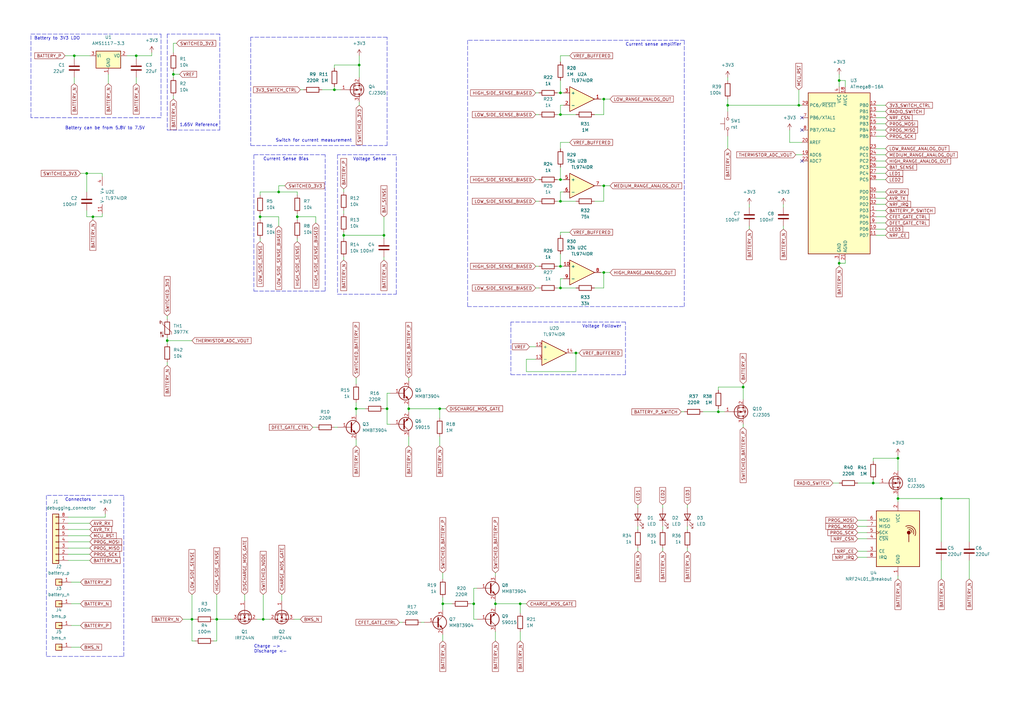
<source format=kicad_sch>
(kicad_sch (version 20211123) (generator eeschema)
  (paper "A3")
  (junction (at 294.64 168.91))
  (junction (at 137.16 36.83))
  (junction (at 229.87 109.22))
  (junction (at 344.17 33.02))
  (junction (at 368.3 204.47))
  (junction (at 71.12 30.48))
  (junction (at 88.9 254))
  (junction (at 107.95 254))
  (junction (at 181.61 247.65))
  (junction (at 247.65 111.76))
  (junction (at 121.92 88.9))
  (junction (at 106.68 88.9))
  (junction (at 147.32 26.67))
  (junction (at 157.48 96.52))
  (junction (at 146.05 167.64))
  (junction (at 167.64 167.64))
  (junction (at 229.87 38.1))
  (junction (at 114.3 78.74))
  (junction (at 30.48 22.86))
  (junction (at 247.65 76.2))
  (junction (at 38.1 88.9))
  (junction (at 203.2 247.65))
  (junction (at 229.87 46.99))
  (junction (at 327.66 43.18))
  (junction (at 158.75 167.64))
  (junction (at 344.17 107.95))
  (junction (at 229.87 73.66))
  (junction (at 368.3 187.96))
  (junction (at 35.56 71.12))
  (junction (at 68.58 139.7))
  (junction (at 194.31 247.65))
  (junction (at 304.8 158.75))
  (junction (at 236.22 144.78))
  (junction (at 140.97 96.52))
  (junction (at 78.74 254))
  (junction (at 213.36 247.65))
  (junction (at 247.65 40.64))
  (junction (at 229.87 118.11))
  (junction (at 229.87 82.55))
  (junction (at 180.34 167.64))
  (junction (at 55.88 22.86))
  (junction (at 298.45 43.18))
  (junction (at 386.08 204.47))
  (junction (at 358.14 198.12))
  (no_connect (at 328.93 53.34))
  (no_connect (at 328.93 48.26))
  (no_connect (at 328.93 66.04))
  (wire (pts (xy 140.97 96.52) (xy 157.48 96.52)))
  (wire (pts (xy 229.87 82.55) (xy 229.87 78.74)))
  (wire (pts (xy 359.41 83.82) (xy 363.22 83.82)))
  (wire (pts (xy 140.97 86.36) (xy 140.97 87.63)))
  (wire (pts (xy 167.64 179.07) (xy 167.64 182.88)))
  (wire (pts (xy 213.36 247.65) (xy 215.9 247.65)))
  (wire (pts (xy 137.16 36.83) (xy 139.7 36.83)))
  (polyline (pts (xy 12.7 48.26) (xy 12.7 13.97)))
  (wire (pts (xy 203.2 246.38) (xy 203.2 247.65)))
  (polyline (pts (xy 280.67 125.73) (xy 280.67 16.51)))
  (wire (pts (xy 351.79 226.06) (xy 355.6 226.06)))
  (wire (pts (xy 68.58 138.43) (xy 68.58 139.7)))
  (wire (pts (xy 146.05 154.94) (xy 146.05 157.48)))
  (wire (pts (xy 78.74 254) (xy 80.01 254)))
  (wire (pts (xy 146.05 165.1) (xy 146.05 167.64)))
  (wire (pts (xy 298.45 43.18) (xy 327.66 43.18)))
  (wire (pts (xy 107.95 254) (xy 110.49 254)))
  (wire (pts (xy 359.41 50.8) (xy 363.22 50.8)))
  (wire (pts (xy 35.56 88.9) (xy 35.56 86.36)))
  (wire (pts (xy 219.71 46.99) (xy 220.98 46.99)))
  (wire (pts (xy 344.17 30.48) (xy 344.17 33.02)))
  (wire (pts (xy 30.48 22.86) (xy 30.48 24.13)))
  (wire (pts (xy 146.05 170.18) (xy 146.05 167.64)))
  (wire (pts (xy 247.65 118.11) (xy 243.84 118.11)))
  (polyline (pts (xy 209.55 134.62) (xy 209.55 153.67)))
  (wire (pts (xy 115.57 243.84) (xy 115.57 246.38)))
  (wire (pts (xy 140.97 95.25) (xy 140.97 96.52)))
  (wire (pts (xy 246.38 40.64) (xy 247.65 40.64)))
  (wire (pts (xy 114.3 76.2) (xy 114.3 78.74)))
  (wire (pts (xy 351.79 228.6) (xy 355.6 228.6)))
  (wire (pts (xy 344.17 107.95) (xy 346.71 107.95)))
  (wire (pts (xy 368.3 204.47) (xy 368.3 205.74)))
  (wire (pts (xy 229.87 46.99) (xy 229.87 43.18)))
  (wire (pts (xy 368.3 186.69) (xy 368.3 187.96)))
  (polyline (pts (xy 66.04 48.26) (xy 12.7 48.26)))
  (wire (pts (xy 181.61 247.65) (xy 185.42 247.65)))
  (wire (pts (xy 307.34 83.82) (xy 307.34 85.09)))
  (wire (pts (xy 27.94 222.25) (xy 36.83 222.25)))
  (wire (pts (xy 304.8 158.75) (xy 304.8 163.83)))
  (wire (pts (xy 358.14 187.96) (xy 368.3 187.96)))
  (wire (pts (xy 203.2 247.65) (xy 213.36 247.65)))
  (wire (pts (xy 219.71 82.55) (xy 220.98 82.55)))
  (wire (pts (xy 106.68 78.74) (xy 106.68 80.01)))
  (polyline (pts (xy 12.7 13.97) (xy 66.04 13.97)))
  (polyline (pts (xy 104.14 119.38) (xy 133.35 119.38)))
  (wire (pts (xy 116.84 76.2) (xy 114.3 76.2)))
  (polyline (pts (xy 158.75 15.24) (xy 102.87 15.24)))
  (wire (pts (xy 344.17 33.02) (xy 344.17 35.56)))
  (wire (pts (xy 294.64 167.64) (xy 294.64 168.91)))
  (wire (pts (xy 35.56 71.12) (xy 35.56 78.74)))
  (wire (pts (xy 180.34 167.64) (xy 180.34 171.45)))
  (wire (pts (xy 35.56 71.12) (xy 41.91 71.12)))
  (wire (pts (xy 368.3 203.2) (xy 368.3 204.47)))
  (wire (pts (xy 30.48 22.86) (xy 36.83 22.86)))
  (wire (pts (xy 203.2 247.65) (xy 203.2 248.92)))
  (wire (pts (xy 229.87 58.42) (xy 229.87 60.96)))
  (wire (pts (xy 27.94 224.79) (xy 36.83 224.79)))
  (wire (pts (xy 78.74 243.84) (xy 78.74 254)))
  (polyline (pts (xy 90.17 13.97) (xy 68.58 13.97)))
  (wire (pts (xy 140.97 96.52) (xy 140.97 97.79)))
  (wire (pts (xy 55.88 22.86) (xy 55.88 24.13)))
  (wire (pts (xy 321.31 92.71) (xy 321.31 93.98)))
  (wire (pts (xy 132.08 36.83) (xy 137.16 36.83)))
  (wire (pts (xy 105.41 254) (xy 107.95 254)))
  (wire (pts (xy 229.87 78.74) (xy 231.14 78.74)))
  (wire (pts (xy 346.71 33.02) (xy 346.71 35.56)))
  (wire (pts (xy 80.01 262.89) (xy 78.74 262.89)))
  (wire (pts (xy 181.61 234.95) (xy 181.61 237.49)))
  (wire (pts (xy 180.34 167.64) (xy 182.88 167.64)))
  (wire (pts (xy 346.71 107.95) (xy 346.71 106.68)))
  (wire (pts (xy 71.12 17.78) (xy 71.12 21.59)))
  (wire (pts (xy 215.9 147.32) (xy 215.9 152.4)))
  (wire (pts (xy 279.4 168.91) (xy 280.67 168.91)))
  (wire (pts (xy 147.32 26.67) (xy 147.32 31.75)))
  (wire (pts (xy 359.41 91.44) (xy 363.22 91.44)))
  (wire (pts (xy 157.48 96.52) (xy 157.48 88.9)))
  (wire (pts (xy 27.94 217.17) (xy 36.83 217.17)))
  (wire (pts (xy 355.6 213.36) (xy 351.79 213.36)))
  (wire (pts (xy 140.97 77.47) (xy 140.97 78.74)))
  (wire (pts (xy 157.48 96.52) (xy 157.48 97.79)))
  (wire (pts (xy 203.2 234.95) (xy 203.2 236.22)))
  (polyline (pts (xy 68.58 53.34) (xy 90.17 53.34)))
  (wire (pts (xy 121.92 87.63) (xy 121.92 88.9)))
  (wire (pts (xy 236.22 82.55) (xy 229.87 82.55)))
  (wire (pts (xy 246.38 111.76) (xy 247.65 111.76)))
  (wire (pts (xy 341.63 198.12) (xy 344.17 198.12)))
  (polyline (pts (xy 66.04 13.97) (xy 66.04 48.26)))
  (wire (pts (xy 261.62 215.9) (xy 261.62 217.17)))
  (wire (pts (xy 41.91 71.12) (xy 41.91 72.39)))
  (wire (pts (xy 359.41 73.66) (xy 363.22 73.66)))
  (wire (pts (xy 228.6 46.99) (xy 229.87 46.99)))
  (wire (pts (xy 71.12 30.48) (xy 73.66 30.48)))
  (polyline (pts (xy 162.56 63.5) (xy 138.43 63.5)))
  (wire (pts (xy 271.78 224.79) (xy 271.78 226.06)))
  (wire (pts (xy 359.41 53.34) (xy 363.22 53.34)))
  (wire (pts (xy 228.6 73.66) (xy 229.87 73.66)))
  (wire (pts (xy 27.94 214.63) (xy 36.83 214.63)))
  (wire (pts (xy 323.85 53.34) (xy 323.85 58.42)))
  (wire (pts (xy 217.17 142.24) (xy 219.71 142.24)))
  (wire (pts (xy 78.74 262.89) (xy 78.74 254)))
  (wire (pts (xy 121.92 88.9) (xy 121.92 90.17)))
  (wire (pts (xy 247.65 40.64) (xy 250.19 40.64)))
  (wire (pts (xy 228.6 118.11) (xy 229.87 118.11)))
  (wire (pts (xy 397.51 204.47) (xy 397.51 222.25)))
  (wire (pts (xy 358.14 196.85) (xy 358.14 198.12)))
  (polyline (pts (xy 209.55 132.08) (xy 209.55 134.62)))
  (wire (pts (xy 71.12 30.48) (xy 71.12 31.75)))
  (polyline (pts (xy 138.43 120.65) (xy 162.56 120.65)))
  (wire (pts (xy 229.87 58.42) (xy 233.68 58.42)))
  (wire (pts (xy 236.22 152.4) (xy 236.22 144.78)))
  (wire (pts (xy 358.14 189.23) (xy 358.14 187.96)))
  (wire (pts (xy 386.08 204.47) (xy 397.51 204.47)))
  (wire (pts (xy 304.8 157.48) (xy 304.8 158.75)))
  (wire (pts (xy 72.39 17.78) (xy 71.12 17.78)))
  (wire (pts (xy 281.94 224.79) (xy 281.94 226.06)))
  (wire (pts (xy 157.48 105.41) (xy 157.48 106.68)))
  (wire (pts (xy 271.78 215.9) (xy 271.78 217.17)))
  (wire (pts (xy 167.64 167.64) (xy 180.34 167.64)))
  (wire (pts (xy 323.85 58.42) (xy 328.93 58.42)))
  (wire (pts (xy 344.17 107.95) (xy 344.17 109.22)))
  (wire (pts (xy 29.21 265.43) (xy 33.02 265.43)))
  (wire (pts (xy 229.87 38.1) (xy 231.14 38.1)))
  (wire (pts (xy 213.36 259.08) (xy 213.36 262.89)))
  (wire (pts (xy 229.87 22.86) (xy 233.68 22.86)))
  (wire (pts (xy 229.87 33.02) (xy 229.87 38.1)))
  (polyline (pts (xy 102.87 15.24) (xy 102.87 59.69)))
  (wire (pts (xy 213.36 247.65) (xy 213.36 251.46)))
  (wire (pts (xy 181.61 260.35) (xy 181.61 262.89)))
  (wire (pts (xy 43.18 210.82) (xy 43.18 212.09)))
  (wire (pts (xy 88.9 243.84) (xy 88.9 254)))
  (wire (pts (xy 247.65 111.76) (xy 250.19 111.76)))
  (wire (pts (xy 114.3 88.9) (xy 106.68 88.9)))
  (wire (pts (xy 193.04 247.65) (xy 194.31 247.65)))
  (wire (pts (xy 87.63 254) (xy 88.9 254)))
  (wire (pts (xy 247.65 76.2) (xy 250.19 76.2)))
  (polyline (pts (xy 280.67 16.51) (xy 191.77 16.51)))
  (wire (pts (xy 386.08 204.47) (xy 386.08 222.25)))
  (wire (pts (xy 137.16 175.26) (xy 138.43 175.26)))
  (wire (pts (xy 288.29 168.91) (xy 294.64 168.91)))
  (wire (pts (xy 359.41 55.88) (xy 363.22 55.88)))
  (polyline (pts (xy 90.17 53.34) (xy 90.17 13.97)))
  (wire (pts (xy 167.64 167.64) (xy 167.64 168.91)))
  (wire (pts (xy 359.41 88.9) (xy 363.22 88.9)))
  (wire (pts (xy 229.87 73.66) (xy 231.14 73.66)))
  (wire (pts (xy 294.64 158.75) (xy 304.8 158.75)))
  (wire (pts (xy 71.12 39.37) (xy 71.12 40.64)))
  (wire (pts (xy 359.41 78.74) (xy 363.22 78.74)))
  (wire (pts (xy 167.64 166.37) (xy 167.64 167.64)))
  (wire (pts (xy 88.9 262.89) (xy 88.9 254)))
  (wire (pts (xy 167.64 154.94) (xy 167.64 156.21)))
  (wire (pts (xy 29.21 238.76) (xy 33.02 238.76)))
  (wire (pts (xy 181.61 245.11) (xy 181.61 247.65)))
  (wire (pts (xy 27.94 219.71) (xy 36.83 219.71)))
  (wire (pts (xy 359.41 71.12) (xy 363.22 71.12)))
  (wire (pts (xy 307.34 92.71) (xy 307.34 93.98)))
  (wire (pts (xy 30.48 31.75) (xy 30.48 34.29)))
  (wire (pts (xy 74.93 254) (xy 78.74 254)))
  (wire (pts (xy 358.14 198.12) (xy 360.68 198.12)))
  (wire (pts (xy 121.92 78.74) (xy 121.92 80.01)))
  (wire (pts (xy 359.41 43.18) (xy 363.22 43.18)))
  (polyline (pts (xy 133.35 63.5) (xy 104.14 63.5)))
  (wire (pts (xy 194.31 247.65) (xy 194.31 254)))
  (wire (pts (xy 157.48 167.64) (xy 158.75 167.64)))
  (wire (pts (xy 106.68 88.9) (xy 106.68 90.17)))
  (wire (pts (xy 281.94 215.9) (xy 281.94 217.17)))
  (polyline (pts (xy 138.43 63.5) (xy 138.43 120.65)))
  (wire (pts (xy 44.45 30.48) (xy 44.45 34.29)))
  (polyline (pts (xy 104.14 63.5) (xy 104.14 119.38)))
  (wire (pts (xy 229.87 43.18) (xy 231.14 43.18)))
  (wire (pts (xy 38.1 88.9) (xy 35.56 88.9)))
  (wire (pts (xy 298.45 31.75) (xy 298.45 33.02)))
  (wire (pts (xy 359.41 68.58) (xy 363.22 68.58)))
  (wire (pts (xy 236.22 46.99) (xy 229.87 46.99)))
  (polyline (pts (xy 191.77 125.73) (xy 280.67 125.73)))
  (wire (pts (xy 158.75 173.99) (xy 160.02 173.99)))
  (polyline (pts (xy 68.58 13.97) (xy 68.58 53.34)))
  (wire (pts (xy 219.71 147.32) (xy 215.9 147.32)))
  (wire (pts (xy 229.87 95.25) (xy 233.68 95.25)))
  (polyline (pts (xy 50.8 203.2) (xy 19.05 203.2)))
  (wire (pts (xy 106.68 97.79) (xy 106.68 99.06)))
  (wire (pts (xy 326.39 63.5) (xy 328.93 63.5)))
  (wire (pts (xy 87.63 262.89) (xy 88.9 262.89)))
  (wire (pts (xy 327.66 36.83) (xy 327.66 43.18)))
  (wire (pts (xy 27.94 227.33) (xy 36.83 227.33)))
  (wire (pts (xy 123.19 36.83) (xy 124.46 36.83)))
  (wire (pts (xy 386.08 229.87) (xy 386.08 237.49)))
  (wire (pts (xy 271.78 207.01) (xy 271.78 208.28)))
  (wire (pts (xy 195.58 241.3) (xy 194.31 241.3)))
  (wire (pts (xy 62.23 21.59) (xy 62.23 22.86)))
  (wire (pts (xy 114.3 78.74) (xy 121.92 78.74)))
  (wire (pts (xy 229.87 118.11) (xy 229.87 114.3)))
  (polyline (pts (xy 19.05 269.24) (xy 50.8 269.24)))
  (wire (pts (xy 158.75 161.29) (xy 158.75 167.64)))
  (wire (pts (xy 147.32 22.86) (xy 147.32 26.67)))
  (wire (pts (xy 38.1 88.9) (xy 38.1 90.17)))
  (wire (pts (xy 228.6 82.55) (xy 229.87 82.55)))
  (wire (pts (xy 146.05 180.34) (xy 146.05 182.88)))
  (polyline (pts (xy 102.87 59.69) (xy 158.75 59.69)))
  (wire (pts (xy 304.8 173.99) (xy 304.8 175.26)))
  (wire (pts (xy 121.92 97.79) (xy 121.92 99.06)))
  (wire (pts (xy 146.05 167.64) (xy 149.86 167.64)))
  (wire (pts (xy 397.51 229.87) (xy 397.51 237.49)))
  (wire (pts (xy 172.72 255.27) (xy 173.99 255.27)))
  (wire (pts (xy 247.65 76.2) (xy 247.65 82.55)))
  (wire (pts (xy 359.41 81.28) (xy 363.22 81.28)))
  (wire (pts (xy 247.65 46.99) (xy 243.84 46.99)))
  (polyline (pts (xy 158.75 59.69) (xy 158.75 15.24)))
  (wire (pts (xy 294.64 168.91) (xy 297.18 168.91)))
  (wire (pts (xy 120.65 254) (xy 123.19 254)))
  (wire (pts (xy 29.21 247.65) (xy 33.02 247.65)))
  (wire (pts (xy 68.58 139.7) (xy 78.74 139.7)))
  (wire (pts (xy 137.16 27.94) (xy 137.16 26.67)))
  (polyline (pts (xy 256.54 132.08) (xy 209.55 132.08)))
  (wire (pts (xy 163.83 255.27) (xy 165.1 255.27)))
  (wire (pts (xy 236.22 144.78) (xy 237.49 144.78)))
  (polyline (pts (xy 256.54 153.67) (xy 256.54 132.08)))
  (polyline (pts (xy 209.55 153.67) (xy 256.54 153.67)))
  (wire (pts (xy 298.45 43.18) (xy 298.45 40.64)))
  (wire (pts (xy 203.2 259.08) (xy 203.2 262.89)))
  (wire (pts (xy 33.02 71.12) (xy 35.56 71.12)))
  (wire (pts (xy 355.6 218.44) (xy 351.79 218.44)))
  (polyline (pts (xy 191.77 16.51) (xy 191.77 125.73)))
  (wire (pts (xy 219.71 73.66) (xy 220.98 73.66)))
  (wire (pts (xy 328.93 43.18) (xy 327.66 43.18)))
  (wire (pts (xy 298.45 43.18) (xy 298.45 45.72)))
  (wire (pts (xy 114.3 92.71) (xy 114.3 88.9)))
  (wire (pts (xy 351.79 198.12) (xy 358.14 198.12)))
  (wire (pts (xy 106.68 87.63) (xy 106.68 88.9)))
  (wire (pts (xy 229.87 22.86) (xy 229.87 25.4)))
  (wire (pts (xy 229.87 114.3) (xy 231.14 114.3)))
  (wire (pts (xy 181.61 250.19) (xy 181.61 247.65)))
  (wire (pts (xy 229.87 68.58) (xy 229.87 73.66)))
  (polyline (pts (xy 133.35 119.38) (xy 133.35 63.5)))
  (wire (pts (xy 215.9 152.4) (xy 236.22 152.4)))
  (wire (pts (xy 228.6 38.1) (xy 229.87 38.1)))
  (wire (pts (xy 55.88 22.86) (xy 62.23 22.86)))
  (wire (pts (xy 368.3 204.47) (xy 386.08 204.47)))
  (wire (pts (xy 29.21 256.54) (xy 33.02 256.54)))
  (wire (pts (xy 321.31 83.82) (xy 321.31 85.09)))
  (wire (pts (xy 344.17 33.02) (xy 346.71 33.02)))
  (wire (pts (xy 219.71 38.1) (xy 220.98 38.1)))
  (wire (pts (xy 219.71 109.22) (xy 220.98 109.22)))
  (wire (pts (xy 236.22 144.78) (xy 234.95 144.78)))
  (wire (pts (xy 359.41 63.5) (xy 363.22 63.5)))
  (wire (pts (xy 359.41 45.72) (xy 363.22 45.72)))
  (wire (pts (xy 180.34 179.07) (xy 180.34 182.88)))
  (polyline (pts (xy 50.8 269.24) (xy 50.8 203.2)))
  (wire (pts (xy 281.94 207.01) (xy 281.94 208.28)))
  (wire (pts (xy 359.41 96.52) (xy 363.22 96.52)))
  (wire (pts (xy 344.17 106.68) (xy 344.17 107.95)))
  (wire (pts (xy 68.58 148.59) (xy 68.58 149.86)))
  (wire (pts (xy 71.12 29.21) (xy 71.12 30.48)))
  (wire (pts (xy 68.58 139.7) (xy 68.58 140.97)))
  (wire (pts (xy 359.41 93.98) (xy 363.22 93.98)))
  (wire (pts (xy 247.65 111.76) (xy 247.65 118.11)))
  (wire (pts (xy 88.9 254) (xy 95.25 254)))
  (wire (pts (xy 359.41 48.26) (xy 363.22 48.26)))
  (wire (pts (xy 137.16 35.56) (xy 137.16 36.83)))
  (wire (pts (xy 41.91 87.63) (xy 41.91 88.9)))
  (wire (pts (xy 359.41 66.04) (xy 363.22 66.04)))
  (wire (pts (xy 229.87 104.14) (xy 229.87 109.22)))
  (wire (pts (xy 68.58 129.54) (xy 68.58 130.81)))
  (wire (pts (xy 246.38 76.2) (xy 247.65 76.2)))
  (wire (pts (xy 247.65 40.64) (xy 247.65 46.99)))
  (wire (pts (xy 100.33 243.84) (xy 100.33 246.38)))
  (wire (pts (xy 236.22 118.11) (xy 229.87 118.11)))
  (wire (pts (xy 219.71 118.11) (xy 220.98 118.11)))
  (wire (pts (xy 26.67 22.86) (xy 30.48 22.86)))
  (wire (pts (xy 137.16 26.67) (xy 147.32 26.67)))
  (wire (pts (xy 129.54 91.44) (xy 129.54 88.9)))
  (wire (pts (xy 41.91 88.9) (xy 38.1 88.9)))
  (wire (pts (xy 351.79 220.98) (xy 355.6 220.98)))
  (wire (pts (xy 129.54 88.9) (xy 121.92 88.9)))
  (wire (pts (xy 261.62 207.01) (xy 261.62 208.28)))
  (polyline (pts (xy 19.05 203.2) (xy 19.05 269.24)))
  (wire (pts (xy 359.41 60.96) (xy 363.22 60.96)))
  (wire (pts (xy 368.3 187.96) (xy 368.3 193.04)))
  (wire (pts (xy 147.32 41.91) (xy 147.32 43.18)))
  (wire (pts (xy 55.88 31.75) (xy 55.88 34.29)))
  (wire (pts (xy 194.31 254) (xy 195.58 254)))
  (wire (pts (xy 114.3 78.74) (xy 106.68 78.74)))
  (wire (pts (xy 160.02 161.29) (xy 158.75 161.29)))
  (wire (pts (xy 294.64 160.02) (xy 294.64 158.75)))
  (polyline (pts (xy 162.56 120.65) (xy 162.56 63.5)))
  (wire (pts (xy 228.6 109.22) (xy 229.87 109.22)))
  (wire (pts (xy 194.31 241.3) (xy 194.31 247.65)))
  (wire (pts (xy 52.07 22.86) (xy 55.88 22.86)))
  (wire (pts (xy 298.45 55.88) (xy 298.45 60.96)))
  (wire (pts (xy 355.6 215.9) (xy 351.79 215.9)))
  (wire (pts (xy 27.94 229.87) (xy 36.83 229.87)))
  (wire (pts (xy 261.62 224.79) (xy 261.62 226.06)))
  (wire (pts (xy 368.3 236.22) (xy 368.3 237.49)))
  (wire (pts (xy 247.65 82.55) (xy 243.84 82.55)))
  (wire (pts (xy 128.27 175.26) (xy 129.54 175.26)))
  (wire (pts (xy 43.18 212.09) (xy 27.94 212.09)))
  (wire (pts (xy 158.75 167.64) (xy 158.75 173.99)))
  (wire (pts (xy 140.97 105.41) (xy 140.97 106.68)))
  (wire (pts (xy 229.87 109.22) (xy 231.14 109.22)))
  (wire (pts (xy 229.87 95.25) (xy 229.87 96.52)))
  (wire (pts (xy 359.41 86.36) (xy 363.22 86.36)))
  (wire (pts (xy 107.95 243.84) (xy 107.95 254)))
  (text "1.65V Reference" (at 73.66 52.07 0) (effects (font (size 1.27 1.27)) (justify left bottom)))
  (text "Voltage Follower" (at 238.76 134.62 0) (effects (font (size 1.27 1.27)) (justify left bottom)))
  (text "Current sense amplifier" (at 256.54 19.05 0) (effects (font (size 1.27 1.27)) (justify left bottom)))
  (text "Voltage Sense" (at 144.78 66.04 0) (effects (font (size 1.27 1.27)) (justify left bottom)))
  (text "Switch for current measurement" (at 113.03 58.42 0) (effects (font (size 1.27 1.27)) (justify left bottom)))
  (text "Connectors" (at 26.67 205.74 0) (effects (font (size 1.27 1.27)) (justify left bottom)))
  (text "Charge ->\nDischarge <-" (at 104.14 267.97 0) (effects (font (size 1.27 1.27)) (justify left bottom)))
  (text "Battery can be from 5.8V to 7.5V" (at 26.67 53.34 0) (effects (font (size 1.27 1.27)) (justify left bottom)))
  (text "Current Sense Bias" (at 107.95 66.04 0) (effects (font (size 1.27 1.27)) (justify left bottom)))
  (text "Battery to 3V3 LDO" (at 13.97 16.51 0) (effects (font (size 1.27 1.27)) (justify left bottom)))
  (global_label "DFET_GATE_CTRL" (shape input) (at 363.22 91.44 0) (property "Intersheet References" "${INTERSHEET_REFS}" (effects hide)))
  (global_label "BAT_SENSE" (shape input) (at 157.48 88.9 90) (property "Intersheet References" "${INTERSHEET_REFS}" (effects hide)))
  (global_label "BAT_SENSE" (shape input) (at 363.22 68.58 0) (property "Intersheet References" "${INTERSHEET_REFS}" (effects hide)))
  (global_label "BATTERY_N" (shape input) (at 30.48 34.29 270) (property "Intersheet References" "${INTERSHEET_REFS}" (effects hide)))
  (global_label "BATTERY_N" (shape input) (at 167.64 182.88 270) (property "Intersheet References" "${INTERSHEET_REFS}" (effects hide)))
  (global_label "LOW_SIDE_SENSE_BIASED" (shape input) (at 219.71 82.55 180) (property "Intersheet References" "${INTERSHEET_REFS}" (effects hide)))
  (global_label "NRF_CE" (shape input) (at 363.22 96.52 0) (property "Intersheet References" "${INTERSHEET_REFS}" (effects hide)))
  (global_label "AVR_TX" (shape input) (at 363.22 81.28 0) (property "Intersheet References" "${INTERSHEET_REFS}" (effects hide)))
  (global_label "BATTERY_N" (shape input) (at 368.3 237.49 270) (property "Intersheet References" "${INTERSHEET_REFS}" (effects hide)))
  (global_label "BATTERY_N" (shape input) (at 146.05 182.88 270) (property "Intersheet References" "${INTERSHEET_REFS}" (effects hide)))
  (global_label "CFET_GATE_CTRL" (shape input) (at 363.22 88.9 0) (property "Intersheet References" "${INTERSHEET_REFS}" (effects hide)))
  (global_label "HIGH_RANGE_ANALOG_OUT" (shape input) (at 250.19 111.76 0) (property "Intersheet References" "${INTERSHEET_REFS}" (effects hide)))
  (global_label "PROG_MISO" (shape input) (at 351.79 215.9 180) (property "Intersheet References" "${INTERSHEET_REFS}" (effects hide)))
  (global_label "VREF_BUFFERED" (shape input) (at 233.68 22.86 0) (property "Intersheet References" "${INTERSHEET_REFS}" (effects hide)))
  (global_label "LED1" (shape input) (at 261.62 207.01 90) (property "Intersheet References" "${INTERSHEET_REFS}" (effects hide)))
  (global_label "RADIO_SWITCH" (shape input) (at 363.22 45.72 0) (property "Intersheet References" "${INTERSHEET_REFS}" (effects hide)))
  (global_label "LED2" (shape input) (at 363.22 73.66 0) (property "Intersheet References" "${INTERSHEET_REFS}" (effects hide)))
  (global_label "BATTERY_P" (shape input) (at 33.02 238.76 0) (property "Intersheet References" "${INTERSHEET_REFS}" (effects hide)))
  (global_label "NRF_CE" (shape input) (at 351.79 226.06 180) (property "Intersheet References" "${INTERSHEET_REFS}" (effects hide)))
  (global_label "THERMISTOR_ADC_VOUT" (shape input) (at 326.39 63.5 180) (property "Intersheet References" "${INTERSHEET_REFS}" (effects hide)))
  (global_label "MEDIUM_RANGE_ANALOG_OUT" (shape input) (at 250.19 76.2 0) (property "Intersheet References" "${INTERSHEET_REFS}" (effects hide)))
  (global_label "LED2" (shape input) (at 271.78 207.01 90) (property "Intersheet References" "${INTERSHEET_REFS}" (effects hide)))
  (global_label "SWITCHED_NODE" (shape input) (at 107.95 243.84 90) (property "Intersheet References" "${INTERSHEET_REFS}" (effects hide)))
  (global_label "BATTERY_P" (shape input) (at 140.97 77.47 90) (property "Intersheet References" "${INTERSHEET_REFS}" (effects hide)))
  (global_label "HIGH_RANGE_ANALOG_OUT" (shape input) (at 363.22 66.04 0) (property "Intersheet References" "${INTERSHEET_REFS}" (effects hide)))
  (global_label "BATTERY_N" (shape input) (at 38.1 90.17 270) (property "Intersheet References" "${INTERSHEET_REFS}" (effects hide)))
  (global_label "DISCHARGE_MOS_GATE" (shape input) (at 182.88 167.64 0) (property "Intersheet References" "${INTERSHEET_REFS}" (effects hide)))
  (global_label "PROG_SCK" (shape input) (at 351.79 218.44 180) (property "Intersheet References" "${INTERSHEET_REFS}" (effects hide)))
  (global_label "SWITCHED_BATTERY_P" (shape input) (at 181.61 234.95 90) (property "Intersheet References" "${INTERSHEET_REFS}" (effects hide)))
  (global_label "PROG_MISO" (shape input) (at 363.22 53.34 0) (property "Intersheet References" "${INTERSHEET_REFS}" (effects hide)))
  (global_label "BATTERY_P_SWITCH" (shape input) (at 279.4 168.91 180) (property "Intersheet References" "${INTERSHEET_REFS}" (effects hide)))
  (global_label "VREF" (shape input) (at 217.17 142.24 180) (property "Intersheet References" "${INTERSHEET_REFS}" (effects hide)))
  (global_label "BATTERY_N" (shape input) (at 36.83 229.87 0) (property "Intersheet References" "${INTERSHEET_REFS}" (effects hide)))
  (global_label "MCU_RST" (shape input) (at 327.66 36.83 90) (property "Intersheet References" "${INTERSHEET_REFS}" (effects hide)))
  (global_label "SWITCHED_3V3" (shape input) (at 116.84 76.2 0) (property "Intersheet References" "${INTERSHEET_REFS}" (effects hide)))
  (global_label "SWITCHED_BATTERY_P" (shape input) (at 167.64 154.94 90) (property "Intersheet References" "${INTERSHEET_REFS}" (effects hide)))
  (global_label "HIGH_SIDE_SENSE" (shape input) (at 121.92 99.06 270) (property "Intersheet References" "${INTERSHEET_REFS}" (effects hide)))
  (global_label "SWITCHED_3V3" (shape input) (at 147.32 43.18 270) (property "Intersheet References" "${INTERSHEET_REFS}" (effects hide)))
  (global_label "HIGH_SIDE_SENSE_BIASED" (shape input) (at 219.71 38.1 180) (property "Intersheet References" "${INTERSHEET_REFS}" (effects hide)))
  (global_label "BATTERY_N" (shape input) (at 181.61 262.89 270) (property "Intersheet References" "${INTERSHEET_REFS}" (effects hide)))
  (global_label "PROG_MOSI" (shape input) (at 36.83 222.25 0) (property "Intersheet References" "${INTERSHEET_REFS}" (effects hide)))
  (global_label "BATTERY_N" (shape input) (at 271.78 226.06 270) (property "Intersheet References" "${INTERSHEET_REFS}" (effects hide)))
  (global_label "SWITCHED_3V3" (shape input) (at 72.39 17.78 0) (property "Intersheet References" "${INTERSHEET_REFS}" (effects hide)))
  (global_label "LOW_SIDE_SENSE_BIASED" (shape input) (at 219.71 46.99 180) (property "Intersheet References" "${INTERSHEET_REFS}" (effects hide)))
  (global_label "HIGH_SIDE_SENSE" (shape input) (at 88.9 243.84 90) (property "Intersheet References" "${INTERSHEET_REFS}" (effects hide)))
  (global_label "BATTERY_N" (shape input) (at 344.17 109.22 270) (property "Intersheet References" "${INTERSHEET_REFS}" (effects hide)))
  (global_label "NRF_IRQ" (shape input) (at 363.22 83.82 0) (property "Intersheet References" "${INTERSHEET_REFS}" (effects hide)))
  (global_label "BATTERY_N" (shape input) (at 44.45 34.29 270) (property "Intersheet References" "${INTERSHEET_REFS}" (effects hide)))
  (global_label "BATTERY_N" (shape input) (at 213.36 262.89 270) (property "Intersheet References" "${INTERSHEET_REFS}" (effects hide)))
  (global_label "LED3" (shape input) (at 363.22 93.98 0) (property "Intersheet References" "${INTERSHEET_REFS}" (effects hide)))
  (global_label "PROG_MOSI" (shape input) (at 351.79 213.36 180) (property "Intersheet References" "${INTERSHEET_REFS}" (effects hide)))
  (global_label "BATTERY_N" (shape input) (at 33.02 247.65 0) (property "Intersheet References" "${INTERSHEET_REFS}" (effects hide)))
  (global_label "LOW_SIDE_SENSE" (shape input) (at 78.74 243.84 90) (property "Intersheet References" "${INTERSHEET_REFS}" (effects hide)))
  (global_label "HIGH_SIDE_SENSE_BIASED" (shape input) (at 219.71 109.22 180) (property "Intersheet References" "${INTERSHEET_REFS}" (effects hide)))
  (global_label "AVR_TX" (shape input) (at 36.83 217.17 0) (property "Intersheet References" "${INTERSHEET_REFS}" (effects hide)))
  (global_label "BATTERY_P_SWITCH" (shape input) (at 363.22 86.36 0) (property "Intersheet References" "${INTERSHEET_REFS}" (effects hide)))
  (global_label "NRF_CSN" (shape input) (at 351.79 220.98 180) (property "Intersheet References" "${INTERSHEET_REFS}" (effects hide)))
  (global_label "BATTERY_P" (shape input) (at 26.67 22.86 180) (property "Intersheet References" "${INTERSHEET_REFS}" (effects hide)))
  (global_label "PROG_MOSI" (shape input) (at 363.22 50.8 0) (property "Intersheet References" "${INTERSHEET_REFS}" (effects hide)))
  (global_label "LED1" (shape input) (at 363.22 71.12 0) (property "Intersheet References" "${INTERSHEET_REFS}" (effects hide)))
  (global_label "THERMISTOR_ADC_VOUT" (shape input) (at 78.74 139.7 0) (property "Intersheet References" "${INTERSHEET_REFS}" (effects hide)))
  (global_label "CHARGE_MOS_GATE" (shape input) (at 115.57 243.84 90) (property "Intersheet References" "${INTERSHEET_REFS}" (effects hide)))
  (global_label "VREF_BUFFERED" (shape input) (at 237.49 144.78 0) (property "Intersheet References" "${INTERSHEET_REFS}" (effects hide)))
  (global_label "AVR_RX" (shape input) (at 36.83 214.63 0) (property "Intersheet References" "${INTERSHEET_REFS}" (effects hide)))
  (global_label "BATTERY_N" (shape input) (at 307.34 93.98 270) (property "Intersheet References" "${INTERSHEET_REFS}" (effects hide)))
  (global_label "BATTERY_N" (shape input) (at 397.51 237.49 270) (property "Intersheet References" "${INTERSHEET_REFS}" (effects hide)))
  (global_label "BATTERY_P" (shape input) (at 304.8 157.48 90) (property "Intersheet References" "${INTERSHEET_REFS}" (effects hide)))
  (global_label "VREF_BUFFERED" (shape input) (at 233.68 95.25 0) (property "Intersheet References" "${INTERSHEET_REFS}" (effects hide)))
  (global_label "LED3" (shape input) (at 281.94 207.01 90) (property "Intersheet References" "${INTERSHEET_REFS}" (effects hide)))
  (global_label "VREF" (shape input) (at 73.66 30.48 0) (property "Intersheet References" "${INTERSHEET_REFS}" (effects hide)))
  (global_label "SWITCHED_BATTERY_P" (shape input) (at 304.8 175.26 270) (property "Intersheet References" "${INTERSHEET_REFS}" (effects hide)))
  (global_label "BATTERY_N" (shape input) (at 55.88 34.29 270) (property "Intersheet References" "${INTERSHEET_REFS}" (effects hide)))
  (global_label "LOW_RANGE_ANALOG_OUT" (shape input) (at 250.19 40.64 0) (property "Intersheet References" "${INTERSHEET_REFS}" (effects hide)))
  (global_label "BMS_N" (shape input) (at 123.19 254 0) (property "Intersheet References" "${INTERSHEET_REFS}" (effects hide)))
  (global_label "DFET_GATE_CTRL" (shape input) (at 128.27 175.26 180) (property "Intersheet References" "${INTERSHEET_REFS}" (effects hide)))
  (global_label "CHARGE_MOS_GATE" (shape input) (at 215.9 247.65 0) (property "Intersheet References" "${INTERSHEET_REFS}" (effects hide)))
  (global_label "HIGH_SIDE_SENSE_BIASED" (shape input) (at 219.71 73.66 180) (property "Intersheet References" "${INTERSHEET_REFS}" (effects hide)))
  (global_label "BATTERY_N" (shape input) (at 140.97 106.68 270) (property "Intersheet References" "${INTERSHEET_REFS}" (effects hide)))
  (global_label "RADIO_SWITCH" (shape input) (at 341.63 198.12 180) (property "Intersheet References" "${INTERSHEET_REFS}" (effects hide)))
  (global_label "3V3_SWITCH_CTRL" (shape input) (at 363.22 43.18 0) (property "Intersheet References" "${INTERSHEET_REFS}" (effects hide)))
  (global_label "CFET_GATE_CTRL" (shape input) (at 163.83 255.27 180) (property "Intersheet References" "${INTERSHEET_REFS}" (effects hide)))
  (global_label "LOW_SIDE_SENSE_BIASED" (shape input) (at 219.71 118.11 180) (property "Intersheet References" "${INTERSHEET_REFS}" (effects hide)))
  (global_label "BATTERY_N" (shape input) (at 180.34 182.88 270) (property "Intersheet References" "${INTERSHEET_REFS}" (effects hide)))
  (global_label "SWITCHED_3V3" (shape input) (at 33.02 71.12 180) (property "Intersheet References" "${INTERSHEET_REFS}" (effects hide)))
  (global_label "BATTERY_P" (shape input) (at 33.02 256.54 0) (property "Intersheet References" "${INTERSHEET_REFS}" (effects hide)))
  (global_label "BATTERY_N" (shape input) (at 386.08 237.49 270) (property "Intersheet References" "${INTERSHEET_REFS}" (effects hide)))
  (global_label "BATTERY_N" (shape input) (at 71.12 40.64 270) (property "Intersheet References" "${INTERSHEET_REFS}" (effects hide)))
  (global_label "BMS_N" (shape input) (at 33.02 265.43 0) (property "Intersheet References" "${INTERSHEET_REFS}" (effects hide)))
  (global_label "BATTERY_N" (shape input) (at 68.58 149.86 270) (property "Intersheet References" "${INTERSHEET_REFS}" (effects hide)))
  (global_label "BATTERY_N" (shape input) (at 203.2 262.89 270) (property "Intersheet References" "${INTERSHEET_REFS}" (effects hide)))
  (global_label "BATTERY_N" (shape input) (at 157.48 106.68 270) (property "Intersheet References" "${INTERSHEET_REFS}" (effects hide)))
  (global_label "LOW_SIDE_SENSE_BIASED" (shape input) (at 114.3 92.71 270) (property "Intersheet References" "${INTERSHEET_REFS}" (effects hide)))
  (global_label "BATTERY_N" (shape input) (at 321.31 93.98 270) (property "Intersheet References" "${INTERSHEET_REFS}" (effects hide)))
  (global_label "VREF_BUFFERED" (shape input) (at 233.68 58.42 0) (property "Intersheet References" "${INTERSHEET_REFS}" (effects hide)))
  (global_label "NRF_CSN" (shape input) (at 363.22 48.26 0) (property "Intersheet References" "${INTERSHEET_REFS}" (effects hide)))
  (global_label "BATTERY_N" (shape input) (at 281.94 226.06 270) (property "Intersheet References" "${INTERSHEET_REFS}" (effects hide)))
  (global_label "BATTERY_N" (shape input) (at 298.45 60.96 270) (property "Intersheet References" "${INTERSHEET_REFS}" (effects hide)))
  (global_label "HIGH_SIDE_SENSE_BIASED" (shape input) (at 129.54 91.44 270) (property "Intersheet References" "${INTERSHEET_REFS}" (effects hide)))
  (global_label "BATTERY_N" (shape input) (at 74.93 254 180) (property "Intersheet References" "${INTERSHEET_REFS}" (effects hide)))
  (global_label "PROG_SCK" (shape input) (at 363.22 55.88 0) (property "Intersheet References" "${INTERSHEET_REFS}" (effects hide)))
  (global_label "3V3_SWITCH_CTRL" (shape input) (at 123.19 36.83 180) (property "Intersheet References" "${INTERSHEET_REFS}" (effects hide)))
  (global_label "PROG_MISO" (shape input) (at 36.83 224.79 0) (property "Intersheet References" "${INTERSHEET_REFS}" (effects hide)))
  (global_label "AVR_RX" (shape input) (at 363.22 78.74 0) (property "Intersheet References" "${INTERSHEET_REFS}" (effects hide)))
  (global_label "DISCHARGE_MOS_GATE" (shape input) (at 100.33 243.84 90) (property "Intersheet References" "${INTERSHEET_REFS}" (effects hide)))
  (global_label "MEDIUM_RANGE_ANALOG_OUT" (shape input) (at 363.22 63.5 0) (property "Intersheet References" "${INTERSHEET_REFS}" (effects hide)))
  (global_label "NRF_IRQ" (shape input) (at 351.79 228.6 180) (property "Intersheet References" "${INTERSHEET_REFS}" (effects hide)))
  (global_label "PROG_SCK" (shape input) (at 36.83 227.33 0) (property "Intersheet References" "${INTERSHEET_REFS}" (effects hide)))
  (global_label "SWITCHED_3V3" (shape input) (at 68.58 129.54 90) (property "Intersheet References" "${INTERSHEET_REFS}" (effects hide)))
  (global_label "SWITCHED_BATTERY_P" (shape input) (at 146.05 154.94 90) (property "Intersheet References" "${INTERSHEET_REFS}" (effects hide)))
  (global_label "MCU_RST" (shape input) (at 36.83 219.71 0) (property "Intersheet References" "${INTERSHEET_REFS}" (effects hide)))
  (global_label "SWITCHED_BATTERY_P" (shape input) (at 203.2 234.95 90) (property "Intersheet References" "${INTERSHEET_REFS}" (effects hide)))
  (global_label "LOW_SIDE_SENSE" (shape input) (at 106.68 99.06 270) (property "Intersheet References" "${INTERSHEET_REFS}" (effects hide)))
  (global_label "LOW_RANGE_ANALOG_OUT" (shape input) (at 363.22 60.96 0) (property "Intersheet References" "${INTERSHEET_REFS}" (effects hide)))
  (global_label "BATTERY_N" (shape input) (at 261.62 226.06 270) (property "Intersheet References" "${INTERSHEET_REFS}" (effects hide)))
  (symbol (lib_id "Device:R") (at 294.64 163.83 0) (unit 1)
    (property "Reference" "R38" (at 292.1 162.5599 0) (effects (justify right)))
    (property "Value" "1M" (at 292.1 165.0999 0) (effects (justify right)))
    (property "Footprint" "Resistor_SMD:R_0805_2012Metric" (effects hide))
  )
  (symbol (lib_id "Device:R") (at 168.91 255.27 90) (unit 1)
    (property "Reference" "R17" (at 168.91 248.92 90))
    (property "Value" "220R" (at 168.91 251.46 90))
    (property "Footprint" "Resistor_SMD:R_0805_2012Metric" (effects hide))
  )
  (symbol (lib_id "Device:Opamp_Quad") (at 238.76 111.76 0) (unit 3)
    (property "Reference" "U2" (at 238.76 101.6 0))
    (property "Value" "TL974IDR" (at 238.76 104.14 0))
    (property "Footprint" "Package_SO:TSSOP-14_4.4x5mm_P0.65mm" (effects hide))
  )
  (symbol (lib_id "Device:R") (at 83.82 254 90) (unit 1)
    (property "Reference" "R3" (at 83.82 247.65 90))
    (property "Value" "100m" (at 83.82 250.19 90))
    (property "Footprint" "Resistor_SMD:R_2512_6332Metric" (effects hide))
  )
  (symbol (lib_id "Device:Q_NMOS_GDS") (at 100.33 251.46 270) (unit 1)
    (property "Reference" "Q1" (at 100.33 259.08 90))
    (property "Value" "IRFZ44N" (at 100.33 261.62 90))
    (property "Footprint" "Package_TO_SOT_THT:TO-220-3_Horizontal_TabDown" (effects hide))
  )
  (symbol (lib_id "Device:C") (at 35.56 82.55 0) (mirror x) (unit 1)
    (property "Reference" "C2" (at 31.75 81.2799 0) (effects (justify right)))
    (property "Value" "100nF" (at 31.75 83.8199 0) (effects (justify right)))
    (property "Footprint" "Capacitor_SMD:C_0805_2012Metric" (effects hide))
  )
  (symbol (lib_id "Device:R") (at 181.61 241.3 0) (mirror x) (unit 1)
    (property "Reference" "R19" (at 179.07 240.0299 0) (effects (justify right)))
    (property "Value" "1k" (at 179.07 242.5699 0) (effects (justify right)))
    (property "Footprint" "Resistor_SMD:R_0805_2012Metric" (effects hide))
  )
  (symbol (lib_id "Device:C") (at 386.08 226.06 0) (unit 1)
    (property "Reference" "C5" (at 388.62 224.79 0) (effects (justify left)))
    (property "Value" "220uF" (at 388.62 227.33 0) (effects (justify left)))
    (property "Footprint" "Capacitor_THT:C_Radial_D6.3mm_H11.0mm_P2.50mm" (effects hide))
  )
  (symbol (lib_id "Device:Q_NPN_BEC") (at 165.1 161.29 0) (unit 1)
    (property "Reference" "Q5" (at 170.18 160.0199 0) (effects (justify left)))
    (property "Value" "MMBT3904" (at 170.18 162.5599 0) (effects (justify left)))
    (property "Footprint" "Package_TO_SOT_SMD:SOT-23" (effects hide))
  )
  (symbol (lib_id "power:+3V3") (at 323.85 53.34 0) (unit 1)
    (property "Reference" "#PWR05" (effects hide))
    (property "Value" "+3V3" (at 323.85 48.26 0))
  )
  (symbol (lib_id "Device:Q_PNP_BEC") (at 200.66 254 0) (mirror x) (unit 1)
    (property "Reference" "Q9" (at 205.74 252.7299 0) (effects (justify left)))
    (property "Value" "S9015" (at 205.74 255.2699 0) (effects (justify left)))
    (property "Footprint" "Package_TO_SOT_SMD:SOT-23" (effects hide))
  )
  (symbol (lib_id "Device:Q_PMOS_GSD") (at 302.26 168.91 0) (mirror x) (unit 1)
    (property "Reference" "Q10" (at 308.61 167.6399 0) (effects (justify left)))
    (property "Value" "CJ2305" (at 308.61 170.1799 0) (effects (justify left)))
    (property "Footprint" "Package_TO_SOT_SMD:SOT-23" (effects hide))
  )
  (symbol (lib_id "Device:R") (at 128.27 36.83 90) (unit 1)
    (property "Reference" "R9" (at 128.27 30.48 90))
    (property "Value" "220R" (at 128.27 33.02 90))
    (property "Footprint" "Resistor_SMD:R_0805_2012Metric" (effects hide))
  )
  (symbol (lib_id "Device:LED") (at 281.94 212.09 90) (unit 1)
    (property "Reference" "D3" (at 285.75 212.4074 90) (effects (justify right)))
    (property "Value" "LED" (at 285.75 214.9474 90) (effects (justify right)))
    (property "Footprint" "LED_SMD:LED_1206_3216Metric" (effects hide))
  )
  (symbol (lib_id "Device:R") (at 68.58 144.78 0) (unit 1)
    (property "Reference" "R42" (at 71.12 143.5099 0) (effects (justify left)))
    (property "Value" "10k" (at 71.12 146.0499 0) (effects (justify left)))
    (property "Footprint" "Resistor_SMD:R_0805_2012Metric" (effects hide))
  )
  (symbol (lib_id "Device:R") (at 224.79 73.66 90) (unit 1)
    (property "Reference" "R24" (at 224.79 67.31 90))
    (property "Value" "1k" (at 224.79 69.85 90))
    (property "Footprint" "Resistor_SMD:R_0805_2012Metric" (effects hide))
  )
  (symbol (lib_id "Device:Opamp_Quad") (at 227.33 144.78 0) (unit 4)
    (property "Reference" "U2" (at 227.33 134.62 0))
    (property "Value" "TL974IDR" (at 227.33 137.16 0))
    (property "Footprint" "Package_SO:TSSOP-14_4.4x5mm_P0.65mm" (effects hide))
  )
  (symbol (lib_id "Device:Opamp_Quad") (at 238.76 76.2 0) (unit 2)
    (property "Reference" "U2" (at 238.76 66.04 0))
    (property "Value" "TL974IDR" (at 238.76 68.58 0))
    (property "Footprint" "Package_SO:TSSOP-14_4.4x5mm_P0.65mm" (effects hide))
  )
  (symbol (lib_id "Device:R") (at 240.03 46.99 270) (unit 1)
    (property "Reference" "R31" (at 240.03 50.8 90))
    (property "Value" "1M" (at 240.03 53.34 90))
    (property "Footprint" "Resistor_SMD:R_0805_2012Metric" (effects hide))
  )
  (symbol (lib_id "Device:R") (at 347.98 198.12 90) (unit 1)
    (property "Reference" "R40" (at 347.98 191.77 90))
    (property "Value" "220R" (at 347.98 194.31 90))
    (property "Footprint" "Resistor_SMD:R_0805_2012Metric" (effects hide))
  )
  (symbol (lib_id "Device:Q_NPN_BEC") (at 143.51 175.26 0) (unit 1)
    (property "Reference" "Q3" (at 148.59 173.9899 0) (effects (justify left)))
    (property "Value" "MMBT3904" (at 148.59 176.5299 0) (effects (justify left)))
    (property "Footprint" "Package_TO_SOT_SMD:SOT-23" (effects hide))
  )
  (symbol (lib_id "Device:R") (at 281.94 220.98 0) (mirror x) (unit 1)
    (property "Reference" "R36" (at 279.4 219.7099 0) (effects (justify right)))
    (property "Value" "1k" (at 279.4 222.2499 0) (effects (justify right)))
    (property "Footprint" "Resistor_SMD:R_0805_2012Metric" (effects hide))
  )
  (symbol (lib_id "Device:R") (at 140.97 82.55 0) (unit 1)
    (property "Reference" "R12" (at 143.51 81.2799 0) (effects (justify left)))
    (property "Value" "10k" (at 143.51 83.8199 0) (effects (justify left)))
    (property "Footprint" "Resistor_SMD:R_0805_2012Metric" (effects hide))
  )
  (symbol (lib_id "Device:R") (at 133.35 175.26 90) (unit 1)
    (property "Reference" "R10" (at 133.35 168.91 90))
    (property "Value" "220R" (at 133.35 171.45 90))
    (property "Footprint" "Resistor_SMD:R_0805_2012Metric" (effects hide))
  )
  (symbol (lib_id "Device:R") (at 224.79 82.55 90) (unit 1)
    (property "Reference" "R25" (at 224.79 76.2 90))
    (property "Value" "1k" (at 224.79 78.74 90))
    (property "Footprint" "Resistor_SMD:R_0805_2012Metric" (effects hide))
  )
  (symbol (lib_id "Device:R") (at 284.48 168.91 90) (unit 1)
    (property "Reference" "R37" (at 284.48 162.56 90))
    (property "Value" "220R" (at 284.48 165.1 90))
    (property "Footprint" "Resistor_SMD:R_0805_2012Metric" (effects hide))
  )
  (symbol (lib_id "Regulator_Linear:AMS1117-3.3") (at 44.45 22.86 0) (unit 1)
    (property "Reference" "U1" (at 44.45 15.24 0))
    (property "Value" "AMS1117-3.3" (at 44.45 17.78 0))
    (property "Footprint" "Package_TO_SOT_SMD:SOT-223-3_TabPin2" (effects hide))
    (property "Datasheet" "http://www.advanced-monolithic.com/pdf/ds1117.pdf" (effects hide))
  )
  (symbol (lib_id "Device:R") (at 240.03 82.55 270) (unit 1)
    (property "Reference" "R32" (at 240.03 86.36 90))
    (property "Value" "75k" (at 240.03 88.9 90))
    (property "Footprint" "Resistor_SMD:R_0805_2012Metric" (effects hide))
  )
  (symbol (lib_id "Device:C") (at 307.34 88.9 0) (mirror x) (unit 1)
    (property "Reference" "C7" (at 303.53 87.6299 0) (effects (justify right)))
    (property "Value" "100nF" (at 303.53 90.1699 0) (effects (justify right)))
    (property "Footprint" "Capacitor_SMD:C_0805_2012Metric" (effects hide))
  )
  (symbol (lib_id "Device:R") (at 358.14 193.04 0) (unit 1)
    (property "Reference" "R41" (at 355.6 191.7699 0) (effects (justify right)))
    (property "Value" "1M" (at 355.6 194.3099 0) (effects (justify right)))
    (property "Footprint" "Resistor_SMD:R_0805_2012Metric" (effects hide))
  )
  (symbol (lib_id "Device:R") (at 140.97 91.44 0) (unit 1)
    (property "Reference" "R13" (at 143.51 90.1699 0) (effects (justify left)))
    (property "Value" "10k" (at 143.51 92.7099 0) (effects (justify left)))
    (property "Footprint" "Resistor_SMD:R_0805_2012Metric" (effects hide))
  )
  (symbol (lib_id "Device:Q_PMOS_GSD") (at 144.78 36.83 0) (mirror x) (unit 1)
    (property "Reference" "Q4" (at 151.13 35.5599 0) (effects (justify left)))
    (property "Value" "CJ2305" (at 151.13 38.0999 0) (effects (justify left)))
    (property "Footprint" "Package_TO_SOT_SMD:SOT-23" (effects hide))
  )
  (symbol (lib_id "Device:LED") (at 271.78 212.09 90) (unit 1)
    (property "Reference" "D2" (at 275.59 212.4074 90) (effects (justify right)))
    (property "Value" "LED" (at 275.59 214.9474 90) (effects (justify right)))
    (property "Footprint" "LED_SMD:LED_1206_3216Metric" (effects hide))
  )
  (symbol (lib_id "Switch:SW_Push") (at 298.45 50.8 90) (unit 1)
    (property "Reference" "SW1" (at 299.72 49.5299 90) (effects (justify right)))
    (property "Value" "rst" (at 299.72 52.0699 90) (effects (justify right)))
    (property "Footprint" "Button_Switch_SMD:SW_SPST_TL3342" (effects hide))
  )
  (symbol (lib_id "Device:R") (at 180.34 175.26 0) (unit 1)
    (property "Reference" "R18" (at 182.88 173.9899 0) (effects (justify left)))
    (property "Value" "1M" (at 182.88 176.5299 0) (effects (justify left)))
    (property "Footprint" "Resistor_SMD:R_0805_2012Metric" (effects hide))
  )
  (symbol (lib_id "Device:R") (at 271.78 220.98 0) (mirror x) (unit 1)
    (property "Reference" "R35" (at 269.24 219.7099 0) (effects (justify right)))
    (property "Value" "1k" (at 269.24 222.2499 0) (effects (justify right)))
    (property "Footprint" "Resistor_SMD:R_0805_2012Metric" (effects hide))
  )
  (symbol (lib_id "Device:Opamp_Quad") (at 238.76 40.64 0) (unit 1)
    (property "Reference" "U2" (at 238.76 30.48 0))
    (property "Value" "TL974IDR" (at 238.76 33.02 0))
    (property "Footprint" "Package_SO:TSSOP-14_4.4x5mm_P0.65mm" (effects hide))
  )
  (symbol (lib_id "Device:R") (at 224.79 109.22 90) (unit 1)
    (property "Reference" "R26" (at 224.79 102.87 90))
    (property "Value" "1k" (at 224.79 105.41 90))
    (property "Footprint" "Resistor_SMD:R_0805_2012Metric" (effects hide))
  )
  (symbol (lib_id "Device:R") (at 71.12 25.4 0) (unit 1)
    (property "Reference" "R1" (at 73.66 24.1299 0) (effects (justify left)))
    (property "Value" "10k" (at 73.66 26.6699 0) (effects (justify left)))
    (property "Footprint" "Resistor_SMD:R_0805_2012Metric" (effects hide))
  )
  (symbol (lib_id "Device:R") (at 137.16 31.75 0) (unit 1)
    (property "Reference" "R11" (at 134.62 30.4799 0) (effects (justify right)))
    (property "Value" "1M" (at 134.62 33.0199 0) (effects (justify right)))
    (property "Footprint" "Resistor_SMD:R_0805_2012Metric" (effects hide))
  )
  (symbol (lib_id "MCU_Microchip_ATmega:ATmega8-16A") (at 344.17 71.12 0) (unit 1)
    (property "Reference" "U3" (at 348.7294 33.02 0) (effects (justify left)))
    (property "Value" "ATmega8-16A" (at 348.7294 35.56 0) (effects (justify left)))
    (property "Footprint" "Package_QFP:TQFP-32_7x7mm_P0.8mm" (effects hide))
    (property "Datasheet" "http://ww1.microchip.com/downloads/en/DeviceDoc/atmel-2486-8-bit-avr-microcontroller-atmega8_l_datasheet.pdf" (effects hide))
  )
  (symbol (lib_id "Device:R") (at 229.87 100.33 180) (unit 1)
    (property "Reference" "R30" (at 232.41 99.0599 0) (effects (justify right)))
    (property "Value" "33k" (at 232.41 101.5999 0) (effects (justify right)))
    (property "Footprint" "Resistor_SMD:R_0805_2012Metric" (effects hide))
  )
  (symbol (lib_id "Connector_Generic:Conn_01x01") (at 24.13 247.65 180) (unit 1)
    (property "Reference" "J3" (at 24.13 241.3 0))
    (property "Value" "battery_n" (at 24.13 243.84 0))
    (property "Footprint" "MountingHole:MountingHole_3.2mm_M3_DIN965_Pad_TopBottom" (effects hide))
  )
  (symbol (lib_id "Device:R") (at 121.92 93.98 0) (unit 1)
    (property "Reference" "R8" (at 124.46 92.7099 0) (effects (justify left)))
    (property "Value" "10k" (at 124.46 95.2499 0) (effects (justify left)))
    (property "Footprint" "Resistor_SMD:R_0805_2012Metric" (effects hide))
  )
  (symbol (lib_id "Device:C") (at 157.48 101.6 0) (mirror x) (unit 1)
    (property "Reference" "C4" (at 153.67 100.3299 0) (effects (justify right)))
    (property "Value" "100nF" (at 153.67 102.8699 0) (effects (justify right)))
    (property "Footprint" "Capacitor_SMD:C_0805_2012Metric" (effects hide))
  )
  (symbol (lib_id "Device:R") (at 298.45 36.83 0) (unit 1)
    (property "Reference" "R39" (at 295.91 35.5599 0) (effects (justify right)))
    (property "Value" "100k" (at 295.91 38.0999 0) (effects (justify right)))
    (property "Footprint" "Resistor_SMD:R_0805_2012Metric" (effects hide))
  )
  (symbol (lib_id "power:+3V3") (at 368.3 186.69 0) (unit 1)
    (property "Reference" "#PWR07" (effects hide))
    (property "Value" "+3V3" (at 368.3 181.61 0))
  )
  (symbol (lib_id "Device:Thermistor_NTC") (at 68.58 134.62 0) (unit 1)
    (property "Reference" "TH1" (at 71.12 133.6674 0) (effects (justify left)))
    (property "Value" "3977K" (at 71.12 136.2074 0) (effects (justify left)))
    (property "Footprint" "Connector_PinSocket_2.54mm:PinSocket_1x02_P2.54mm_Vertical" (effects hide))
  )
  (symbol (lib_id "Device:R") (at 224.79 46.99 90) (unit 1)
    (property "Reference" "R23" (at 224.79 40.64 90))
    (property "Value" "1k" (at 224.79 43.18 90))
    (property "Footprint" "Resistor_SMD:R_0805_2012Metric" (effects hide))
  )
  (symbol (lib_id "power:+3V3") (at 147.32 22.86 0) (unit 1)
    (property "Reference" "#PWR03" (effects hide))
    (property "Value" "+3V3" (at 147.32 17.78 0))
  )
  (symbol (lib_id "Device:Q_NPN_BEC") (at 179.07 255.27 0) (unit 1)
    (property "Reference" "Q7" (at 184.15 253.9999 0) (effects (justify left)))
    (property "Value" "MMBT3904" (at 184.15 256.5399 0) (effects (justify left)))
    (property "Footprint" "Package_TO_SOT_SMD:SOT-23" (effects hide))
  )
  (symbol (lib_id "Device:C") (at 321.31 88.9 0) (mirror x) (unit 1)
    (property "Reference" "C8" (at 317.5 87.6299 0) (effects (justify right)))
    (property "Value" "100nF" (at 317.5 90.1699 0) (effects (justify right)))
    (property "Footprint" "Capacitor_SMD:C_0805_2012Metric" (effects hide))
  )
  (symbol (lib_id "Device:R") (at 121.92 83.82 0) (unit 1)
    (property "Reference" "R7" (at 124.46 82.5499 0) (effects (justify left)))
    (property "Value" "10k" (at 124.46 85.0899 0) (effects (justify left)))
    (property "Footprint" "Resistor_SMD:R_0805_2012Metric" (effects hide))
  )
  (symbol (lib_id "power:+3V3") (at 321.31 83.82 0) (unit 1)
    (property "Reference" "#PWR0101" (effects hide))
    (property "Value" "+3V3" (at 321.31 78.74 0))
  )
  (symbol (lib_id "power:+3V3") (at 344.17 30.48 0) (unit 1)
    (property "Reference" "#PWR06" (effects hide))
    (property "Value" "+3V3" (at 344.17 25.4 0))
  )
  (symbol (lib_id "Device:R") (at 189.23 247.65 90) (unit 1)
    (property "Reference" "R20" (at 189.23 241.3 90))
    (property "Value" "220R" (at 189.23 243.84 90))
    (property "Footprint" "Resistor_SMD:R_0805_2012Metric" (effects hide))
  )
  (symbol (lib_id "power:+3V3") (at 62.23 21.59 0) (unit 1)
    (property "Reference" "#PWR02" (effects hide))
    (property "Value" "+3V3" (at 62.23 16.51 0))
  )
  (symbol (lib_id "Device:R") (at 224.79 118.11 90) (unit 1)
    (property "Reference" "R27" (at 224.79 111.76 90))
    (property "Value" "1k" (at 224.79 114.3 90))
    (property "Footprint" "Resistor_SMD:R_0805_2012Metric" (effects hide))
  )
  (symbol (lib_id "Connector_Generic:Conn_01x01") (at 24.13 256.54 180) (unit 1)
    (property "Reference" "J4" (at 24.13 250.19 0))
    (property "Value" "bms_p" (at 24.13 252.73 0))
    (property "Footprint" "MountingHole:MountingHole_3.2mm_M3_DIN965_Pad_TopBottom" (effects hide))
  )
  (symbol (lib_id "Device:R") (at 83.82 262.89 90) (unit 1)
    (property "Reference" "R4" (at 83.82 256.54 90))
    (property "Value" "100m" (at 83.82 259.08 90))
    (property "Footprint" "Resistor_SMD:R_2512_6332Metric" (effects hide))
  )
  (symbol (lib_id "Connector_Generic:Conn_01x01") (at 24.13 265.43 180) (unit 1)
    (property "Reference" "J5" (at 24.13 259.08 0))
    (property "Value" "bms_n" (at 24.13 261.62 0))
    (property "Footprint" "MountingHole:MountingHole_3.2mm_M3_DIN965_Pad_TopBottom" (effects hide))
  )
  (symbol (lib_id "Device:R") (at 140.97 101.6 0) (unit 1)
    (property "Reference" "R14" (at 143.51 100.3299 0) (effects (justify left)))
    (property "Value" "10k" (at 143.51 102.8699 0) (effects (justify left)))
    (property "Footprint" "Resistor_SMD:R_0805_2012Metric" (effects hide))
  )
  (symbol (lib_id "Device:Opamp_Quad") (at 44.45 80.01 0) (unit 5)
    (property "Reference" "U2" (at 43.18 78.7399 0) (effects (justify left)))
    (property "Value" "TL974IDR" (at 43.18 81.2799 0) (effects (justify left)))
    (property "Footprint" "Package_SO:TSSOP-14_4.4x5mm_P0.65mm" (effects hide))
  )
  (symbol (lib_id "RF:NRF24L01_Breakout") (at 368.3 220.98 0) (unit 1)
    (property "Reference" "U4" (at 356.87 234.95 0) (effects (justify left)))
    (property "Value" "NRF24L01_Breakout" (at 346.71 237.49 0) (effects (justify left)))
    (property "Footprint" "RF_Module:nRF24L01_Breakout" (effects hide))
    (property "Datasheet" "http://www.nordicsemi.com/eng/content/download/2730/34105/file/nRF24L01_Product_Specification_v2_0.pdf" (effects hide))
  )
  (symbol (lib_id "Device:R") (at 224.79 38.1 90) (unit 1)
    (property "Reference" "R22" (at 224.79 31.75 90))
    (property "Value" "1k" (at 224.79 34.29 90))
    (property "Footprint" "Resistor_SMD:R_0805_2012Metric" (effects hide))
  )
  (symbol (lib_id "Device:R") (at 213.36 255.27 0) (unit 1)
    (property "Reference" "R21" (at 215.9 253.9999 0) (effects (justify left)))
    (property "Value" "1M" (at 215.9 256.5399 0) (effects (justify left)))
    (property "Footprint" "Resistor_SMD:R_0805_2012Metric" (effects hide))
  )
  (symbol (lib_id "Device:R") (at 240.03 118.11 270) (unit 1)
    (property "Reference" "R33" (at 240.03 121.92 90))
    (property "Value" "33k" (at 240.03 124.46 90))
    (property "Footprint" "Resistor_SMD:R_0805_2012Metric" (effects hide))
  )
  (symbol (lib_id "Device:C") (at 30.48 27.94 0) (mirror x) (unit 1)
    (property "Reference" "C1" (at 26.67 26.6699 0) (effects (justify right)))
    (property "Value" "22uF" (at 26.67 29.2099 0) (effects (justify right)))
    (property "Footprint" "Capacitor_THT:C_Radial_D5.0mm_H11.0mm_P2.00mm" (effects hide))
  )
  (symbol (lib_id "Device:Q_NMOS_GDS") (at 115.57 251.46 90) (mirror x) (unit 1)
    (property "Reference" "Q2" (at 115.57 259.08 90))
    (property "Value" "IRFZ44N" (at 115.57 261.62 90))
    (property "Footprint" "Package_TO_SOT_THT:TO-220-3_Horizontal_TabDown" (effects hide))
  )
  (symbol (lib_id "Device:R") (at 106.68 93.98 0) (unit 1)
    (property "Reference" "R6" (at 109.22 92.7099 0) (effects (justify left)))
    (property "Value" "10k" (at 109.22 95.2499 0) (effects (justify left)))
    (property "Footprint" "Resistor_SMD:R_0805_2012Metric" (effects hide))
  )
  (symbol (lib_id "Device:R") (at 229.87 64.77 180) (unit 1)
    (property "Reference" "R29" (at 232.41 63.4999 0) (effects (justify right)))
    (property "Value" "75k" (at 232.41 66.0399 0) (effects (justify right)))
    (property "Footprint" "Resistor_SMD:R_0805_2012Metric" (effects hide))
  )
  (symbol (lib_id "Device:R") (at 71.12 35.56 0) (unit 1)
    (property "Reference" "R2" (at 73.66 34.2899 0) (effects (justify left)))
    (property "Value" "10k" (at 73.66 36.8299 0) (effects (justify left)))
    (property "Footprint" "Resistor_SMD:R_0805_2012Metric" (effects hide))
  )
  (symbol (lib_id "Device:R") (at 229.87 29.21 180) (unit 1)
    (property "Reference" "R28" (at 232.41 27.9399 0) (effects (justify right)))
    (property "Value" "1M" (at 232.41 30.4799 0) (effects (justify right)))
    (property "Footprint" "Resistor_SMD:R_0805_2012Metric" (effects hide))
  )
  (symbol (lib_id "Device:C") (at 397.51 226.06 0) (unit 1)
    (property "Reference" "C6" (at 400.05 224.79 0) (effects (justify left)))
    (property "Value" "220uF" (at 400.05 227.33 0) (effects (justify left)))
    (property "Footprint" "Capacitor_THT:C_Radial_D6.3mm_H11.0mm_P2.50mm" (effects hide))
  )
  (symbol (lib_id "Device:C") (at 55.88 27.94 0) (unit 1)
    (property "Reference" "C3" (at 59.69 26.6699 0) (effects (justify left)))
    (property "Value" "22uF" (at 59.69 29.2099 0) (effects (justify left)))
    (property "Footprint" "Capacitor_THT:C_Radial_D5.0mm_H11.0mm_P2.00mm" (effects hide))
  )
  (symbol (lib_id "Device:R") (at 106.68 83.82 0) (unit 1)
    (property "Reference" "R5" (at 109.22 82.5499 0) (effects (justify left)))
    (property "Value" "10k" (at 109.22 85.0899 0) (effects (justify left)))
    (property "Footprint" "Resistor_SMD:R_0805_2012Metric" (effects hide))
  )
  (symbol (lib_id "Device:R") (at 261.62 220.98 0) (mirror x) (unit 1)
    (property "Reference" "R34" (at 259.08 219.7099 0) (effects (justify right)))
    (property "Value" "1k" (at 259.08 222.2499 0) (effects (justify right)))
    (property "Footprint" "Resistor_SMD:R_0805_2012Metric" (effects hide))
  )
  (symbol (lib_id "Device:R") (at 146.05 161.29 0) (mirror x) (unit 1)
    (property "Reference" "R15" (at 143.51 160.0199 0) (effects (justify right)))
    (property "Value" "1k" (at 143.51 162.5599 0) (effects (justify right)))
    (property "Footprint" "Resistor_SMD:R_0805_2012Metric" (effects hide))
  )
  (symbol (lib_id "Connector_Generic:Conn_01x08") (at 22.86 222.25 180) (unit 1)
    (property "Reference" "J1" (at 22.86 205.74 0))
    (property "Value" "debugging_connector" (at 29.21 208.28 0))
    (property "Footprint" "Connector_PinHeader_2.54mm:PinHeader_1x08_P2.54mm_Vertical" (effects hide))
  )
  (symbol (lib_id "Device:LED") (at 261.62 212.09 90) (unit 1)
    (property "Reference" "D1" (at 265.43 212.4074 90) (effects (justify right)))
    (property "Value" "LED" (at 265.43 214.9474 90) (effects (justify right)))
    (property "Footprint" "LED_SMD:LED_1206_3216Metric" (effects hide))
  )
  (symbol (lib_id "Device:Q_PNP_BEC") (at 165.1 173.99 0) (mirror x) (unit 1)
    (property "Reference" "Q6" (at 170.18 172.7199 0) (effects (justify left)))
    (property "Value" "S9015" (at 170.18 175.2599 0) (effects (justify left)))
    (property "Footprint" "Package_TO_SOT_SMD:SOT-23" (effects hide))
  )
  (symbol (lib_id "power:+3V3") (at 307.34 83.82 0) (unit 1)
    (property "Reference" "#PWR0102" (effects hide))
    (property "Value" "+3V3" (at 307.34 78.74 0))
  )
  (symbol (lib_id "Device:Q_PMOS_GSD") (at 365.76 198.12 0) (mirror x) (unit 1)
    (property "Reference" "Q11" (at 372.11 196.8499 0) (effects (justify left)))
    (property "Value" "CJ2305" (at 372.11 199.3899 0) (effects (justify left)))
    (property "Footprint" "Package_TO_SOT_SMD:SOT-23" (effects hide))
  )
  (symbol (lib_id "Connector_Generic:Conn_01x01") (at 24.13 238.76 180) (unit 1)
    (property "Reference" "J2" (at 24.13 232.41 0))
    (property "Value" "battery_p" (at 24.13 234.95 0))
    (property "Footprint" "MountingHole:MountingHole_3.2mm_M3_DIN965_Pad_TopBottom" (effects hide))
  )
  (symbol (lib_id "power:+3V3") (at 298.45 31.75 0) (unit 1)
    (property "Reference" "#PWR04" (effects hide))
    (property "Value" "+3V3" (at 298.45 26.67 0))
  )
  (symbol (lib_id "Device:R") (at 153.67 167.64 90) (unit 1)
    (property "Reference" "R16" (at 153.67 161.29 90))
    (property "Value" "220R" (at 153.67 163.83 90))
    (property "Footprint" "Resistor_SMD:R_0805_2012Metric" (effects hide))
  )
  (symbol (lib_id "power:+3V3") (at 43.18 210.82 0) (unit 1)
    (property "Reference" "#PWR01" (effects hide))
    (property "Value" "+3V3" (at 43.18 205.74 0))
  )
  (symbol (lib_id "Device:Q_NPN_BEC") (at 200.66 241.3 0) (unit 1)
    (property "Reference" "Q8" (at 205.74 240.0299 0) (effects (justify left)))
    (property "Value" "MMBT3904" (at 205.74 242.5699 0) (effects (justify left)))
    (property "Footprint" "Package_TO_SOT_SMD:SOT-23" (effects hide))
  )
)
</source>
